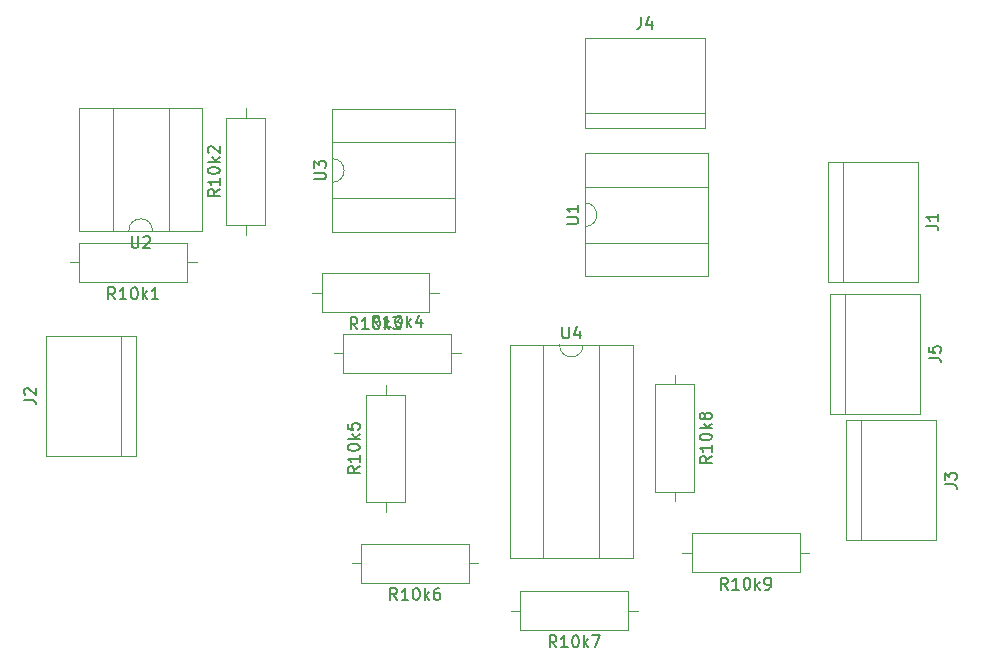
<source format=gbr>
G04 #@! TF.FileFunction,Legend,Top*
%FSLAX46Y46*%
G04 Gerber Fmt 4.6, Leading zero omitted, Abs format (unit mm)*
G04 Created by KiCad (PCBNEW 4.0.6) date 05/24/17 16:15:07*
%MOMM*%
%LPD*%
G01*
G04 APERTURE LIST*
%ADD10C,0.100000*%
%ADD11C,0.120000*%
%ADD12C,0.150000*%
G04 APERTURE END LIST*
D10*
D11*
X160020000Y-93954600D02*
X160020000Y-83794600D01*
X158750000Y-93954600D02*
X166370000Y-93954600D01*
X166370000Y-93954600D02*
X166370000Y-83794600D01*
X166370000Y-83794600D02*
X158750000Y-83794600D01*
X158750000Y-83794600D02*
X158750000Y-93954600D01*
X98882200Y-98552000D02*
X98882200Y-108712000D01*
X100152200Y-98552000D02*
X92532200Y-98552000D01*
X92532200Y-98552000D02*
X92532200Y-108712000D01*
X92532200Y-108712000D02*
X100152200Y-108712000D01*
X100152200Y-108712000D02*
X100152200Y-98552000D01*
X161582100Y-115862100D02*
X161582100Y-105702100D01*
X160312100Y-115862100D02*
X167932100Y-115862100D01*
X167932100Y-115862100D02*
X167932100Y-105702100D01*
X167932100Y-105702100D02*
X160312100Y-105702100D01*
X160312100Y-105702100D02*
X160312100Y-115862100D01*
X148348700Y-79705200D02*
X138188700Y-79705200D01*
X148348700Y-80975200D02*
X148348700Y-73355200D01*
X148348700Y-73355200D02*
X138188700Y-73355200D01*
X138188700Y-73355200D02*
X138188700Y-80975200D01*
X138188700Y-80975200D02*
X148348700Y-80975200D01*
X160235900Y-105143300D02*
X160235900Y-94983300D01*
X158965900Y-105143300D02*
X166585900Y-105143300D01*
X166585900Y-105143300D02*
X166585900Y-94983300D01*
X166585900Y-94983300D02*
X158965900Y-94983300D01*
X158965900Y-94983300D02*
X158965900Y-105143300D01*
X104496300Y-93976300D02*
X104496300Y-90656300D01*
X104496300Y-90656300D02*
X95376300Y-90656300D01*
X95376300Y-90656300D02*
X95376300Y-93976300D01*
X95376300Y-93976300D02*
X104496300Y-93976300D01*
X105306300Y-92316300D02*
X104496300Y-92316300D01*
X94566300Y-92316300D02*
X95376300Y-92316300D01*
X107814000Y-89180100D02*
X111134000Y-89180100D01*
X111134000Y-89180100D02*
X111134000Y-80060100D01*
X111134000Y-80060100D02*
X107814000Y-80060100D01*
X107814000Y-80060100D02*
X107814000Y-89180100D01*
X109474000Y-89990100D02*
X109474000Y-89180100D01*
X109474000Y-79250100D02*
X109474000Y-80060100D01*
X125006800Y-96529000D02*
X125006800Y-93209000D01*
X125006800Y-93209000D02*
X115886800Y-93209000D01*
X115886800Y-93209000D02*
X115886800Y-96529000D01*
X115886800Y-96529000D02*
X125006800Y-96529000D01*
X125816800Y-94869000D02*
X125006800Y-94869000D01*
X115076800Y-94869000D02*
X115886800Y-94869000D01*
X117741000Y-98365200D02*
X117741000Y-101685200D01*
X117741000Y-101685200D02*
X126861000Y-101685200D01*
X126861000Y-101685200D02*
X126861000Y-98365200D01*
X126861000Y-98365200D02*
X117741000Y-98365200D01*
X116931000Y-100025200D02*
X117741000Y-100025200D01*
X127671000Y-100025200D02*
X126861000Y-100025200D01*
X119650400Y-112624300D02*
X122970400Y-112624300D01*
X122970400Y-112624300D02*
X122970400Y-103504300D01*
X122970400Y-103504300D02*
X119650400Y-103504300D01*
X119650400Y-103504300D02*
X119650400Y-112624300D01*
X121310400Y-113434300D02*
X121310400Y-112624300D01*
X121310400Y-102694300D02*
X121310400Y-103504300D01*
X128359600Y-119452500D02*
X128359600Y-116132500D01*
X128359600Y-116132500D02*
X119239600Y-116132500D01*
X119239600Y-116132500D02*
X119239600Y-119452500D01*
X119239600Y-119452500D02*
X128359600Y-119452500D01*
X129169600Y-117792500D02*
X128359600Y-117792500D01*
X118429600Y-117792500D02*
X119239600Y-117792500D01*
X141847000Y-123453000D02*
X141847000Y-120133000D01*
X141847000Y-120133000D02*
X132727000Y-120133000D01*
X132727000Y-120133000D02*
X132727000Y-123453000D01*
X132727000Y-123453000D02*
X141847000Y-123453000D01*
X142657000Y-121793000D02*
X141847000Y-121793000D01*
X131917000Y-121793000D02*
X132727000Y-121793000D01*
X147456000Y-102628000D02*
X144136000Y-102628000D01*
X144136000Y-102628000D02*
X144136000Y-111748000D01*
X144136000Y-111748000D02*
X147456000Y-111748000D01*
X147456000Y-111748000D02*
X147456000Y-102628000D01*
X145796000Y-101818000D02*
X145796000Y-102628000D01*
X145796000Y-112558000D02*
X145796000Y-111748000D01*
X156363100Y-118563500D02*
X156363100Y-115243500D01*
X156363100Y-115243500D02*
X147243100Y-115243500D01*
X147243100Y-115243500D02*
X147243100Y-118563500D01*
X147243100Y-118563500D02*
X156363100Y-118563500D01*
X157173100Y-116903500D02*
X156363100Y-116903500D01*
X146433100Y-116903500D02*
X147243100Y-116903500D01*
X138183000Y-89290400D02*
X138183000Y-90660400D01*
X138183000Y-90660400D02*
X148583000Y-90660400D01*
X148583000Y-90660400D02*
X148583000Y-85920400D01*
X148583000Y-85920400D02*
X138183000Y-85920400D01*
X138183000Y-85920400D02*
X138183000Y-87290400D01*
X138183000Y-93490400D02*
X148583000Y-93490400D01*
X148583000Y-93490400D02*
X148583000Y-83090400D01*
X148583000Y-83090400D02*
X138183000Y-83090400D01*
X138183000Y-83090400D02*
X138183000Y-93490400D01*
X138183000Y-87290400D02*
G75*
G02X138183000Y-89290400I0J-1000000D01*
G01*
X101571300Y-89629600D02*
X102941300Y-89629600D01*
X102941300Y-89629600D02*
X102941300Y-79229600D01*
X102941300Y-79229600D02*
X98201300Y-79229600D01*
X98201300Y-79229600D02*
X98201300Y-89629600D01*
X98201300Y-89629600D02*
X99571300Y-89629600D01*
X105771300Y-89629600D02*
X105771300Y-79229600D01*
X105771300Y-79229600D02*
X95371300Y-79229600D01*
X95371300Y-79229600D02*
X95371300Y-89629600D01*
X95371300Y-89629600D02*
X105771300Y-89629600D01*
X99571300Y-89629600D02*
G75*
G02X101571300Y-89629600I1000000J0D01*
G01*
X116796200Y-85531200D02*
X116796200Y-86901200D01*
X116796200Y-86901200D02*
X127196200Y-86901200D01*
X127196200Y-86901200D02*
X127196200Y-82161200D01*
X127196200Y-82161200D02*
X116796200Y-82161200D01*
X116796200Y-82161200D02*
X116796200Y-83531200D01*
X116796200Y-89731200D02*
X127196200Y-89731200D01*
X127196200Y-89731200D02*
X127196200Y-79331200D01*
X127196200Y-79331200D02*
X116796200Y-79331200D01*
X116796200Y-79331200D02*
X116796200Y-89731200D01*
X116796200Y-83531200D02*
G75*
G02X116796200Y-85531200I0J-1000000D01*
G01*
X136033000Y-99308300D02*
X134663000Y-99308300D01*
X134663000Y-99308300D02*
X134663000Y-117328300D01*
X134663000Y-117328300D02*
X139403000Y-117328300D01*
X139403000Y-117328300D02*
X139403000Y-99308300D01*
X139403000Y-99308300D02*
X138033000Y-99308300D01*
X131833000Y-99308300D02*
X131833000Y-117328300D01*
X131833000Y-117328300D02*
X142233000Y-117328300D01*
X142233000Y-117328300D02*
X142233000Y-99308300D01*
X142233000Y-99308300D02*
X131833000Y-99308300D01*
X138033000Y-99308300D02*
G75*
G02X136033000Y-99308300I-1000000J0D01*
G01*
D12*
X167092381Y-89207933D02*
X167806667Y-89207933D01*
X167949524Y-89255553D01*
X168044762Y-89350791D01*
X168092381Y-89493648D01*
X168092381Y-89588886D01*
X168092381Y-88207933D02*
X168092381Y-88779362D01*
X168092381Y-88493648D02*
X167092381Y-88493648D01*
X167235238Y-88588886D01*
X167330476Y-88684124D01*
X167378095Y-88779362D01*
X90714581Y-103965333D02*
X91428867Y-103965333D01*
X91571724Y-104012953D01*
X91666962Y-104108191D01*
X91714581Y-104251048D01*
X91714581Y-104346286D01*
X90809819Y-103536762D02*
X90762200Y-103489143D01*
X90714581Y-103393905D01*
X90714581Y-103155809D01*
X90762200Y-103060571D01*
X90809819Y-103012952D01*
X90905057Y-102965333D01*
X91000295Y-102965333D01*
X91143152Y-103012952D01*
X91714581Y-103584381D01*
X91714581Y-102965333D01*
X168654481Y-111115433D02*
X169368767Y-111115433D01*
X169511624Y-111163053D01*
X169606862Y-111258291D01*
X169654481Y-111401148D01*
X169654481Y-111496386D01*
X168654481Y-110734481D02*
X168654481Y-110115433D01*
X169035433Y-110448767D01*
X169035433Y-110305909D01*
X169083052Y-110210671D01*
X169130671Y-110163052D01*
X169225910Y-110115433D01*
X169464005Y-110115433D01*
X169559243Y-110163052D01*
X169606862Y-110210671D01*
X169654481Y-110305909D01*
X169654481Y-110591624D01*
X169606862Y-110686862D01*
X169559243Y-110734481D01*
X142935367Y-71537581D02*
X142935367Y-72251867D01*
X142887747Y-72394724D01*
X142792509Y-72489962D01*
X142649652Y-72537581D01*
X142554414Y-72537581D01*
X143840129Y-71870914D02*
X143840129Y-72537581D01*
X143602033Y-71489962D02*
X143363938Y-72204248D01*
X143982986Y-72204248D01*
X167308281Y-100396633D02*
X168022567Y-100396633D01*
X168165424Y-100444253D01*
X168260662Y-100539491D01*
X168308281Y-100682348D01*
X168308281Y-100777586D01*
X167308281Y-99444252D02*
X167308281Y-99920443D01*
X167784471Y-99968062D01*
X167736852Y-99920443D01*
X167689233Y-99825205D01*
X167689233Y-99587109D01*
X167736852Y-99491871D01*
X167784471Y-99444252D01*
X167879710Y-99396633D01*
X168117805Y-99396633D01*
X168213043Y-99444252D01*
X168260662Y-99491871D01*
X168308281Y-99587109D01*
X168308281Y-99825205D01*
X168260662Y-99920443D01*
X168213043Y-99968062D01*
X98412491Y-95428681D02*
X98079157Y-94952490D01*
X97841062Y-95428681D02*
X97841062Y-94428681D01*
X98222015Y-94428681D01*
X98317253Y-94476300D01*
X98364872Y-94523919D01*
X98412491Y-94619157D01*
X98412491Y-94762014D01*
X98364872Y-94857252D01*
X98317253Y-94904871D01*
X98222015Y-94952490D01*
X97841062Y-94952490D01*
X99364872Y-95428681D02*
X98793443Y-95428681D01*
X99079157Y-95428681D02*
X99079157Y-94428681D01*
X98983919Y-94571538D01*
X98888681Y-94666776D01*
X98793443Y-94714395D01*
X99983919Y-94428681D02*
X100079158Y-94428681D01*
X100174396Y-94476300D01*
X100222015Y-94523919D01*
X100269634Y-94619157D01*
X100317253Y-94809633D01*
X100317253Y-95047729D01*
X100269634Y-95238205D01*
X100222015Y-95333443D01*
X100174396Y-95381062D01*
X100079158Y-95428681D01*
X99983919Y-95428681D01*
X99888681Y-95381062D01*
X99841062Y-95333443D01*
X99793443Y-95238205D01*
X99745824Y-95047729D01*
X99745824Y-94809633D01*
X99793443Y-94619157D01*
X99841062Y-94523919D01*
X99888681Y-94476300D01*
X99983919Y-94428681D01*
X100745824Y-95428681D02*
X100745824Y-94428681D01*
X100841062Y-95047729D02*
X101126777Y-95428681D01*
X101126777Y-94762014D02*
X100745824Y-95142967D01*
X102079158Y-95428681D02*
X101507729Y-95428681D01*
X101793443Y-95428681D02*
X101793443Y-94428681D01*
X101698205Y-94571538D01*
X101602967Y-94666776D01*
X101507729Y-94714395D01*
X107266381Y-86143909D02*
X106790190Y-86477243D01*
X107266381Y-86715338D02*
X106266381Y-86715338D01*
X106266381Y-86334385D01*
X106314000Y-86239147D01*
X106361619Y-86191528D01*
X106456857Y-86143909D01*
X106599714Y-86143909D01*
X106694952Y-86191528D01*
X106742571Y-86239147D01*
X106790190Y-86334385D01*
X106790190Y-86715338D01*
X107266381Y-85191528D02*
X107266381Y-85762957D01*
X107266381Y-85477243D02*
X106266381Y-85477243D01*
X106409238Y-85572481D01*
X106504476Y-85667719D01*
X106552095Y-85762957D01*
X106266381Y-84572481D02*
X106266381Y-84477242D01*
X106314000Y-84382004D01*
X106361619Y-84334385D01*
X106456857Y-84286766D01*
X106647333Y-84239147D01*
X106885429Y-84239147D01*
X107075905Y-84286766D01*
X107171143Y-84334385D01*
X107218762Y-84382004D01*
X107266381Y-84477242D01*
X107266381Y-84572481D01*
X107218762Y-84667719D01*
X107171143Y-84715338D01*
X107075905Y-84762957D01*
X106885429Y-84810576D01*
X106647333Y-84810576D01*
X106456857Y-84762957D01*
X106361619Y-84715338D01*
X106314000Y-84667719D01*
X106266381Y-84572481D01*
X107266381Y-83810576D02*
X106266381Y-83810576D01*
X106885429Y-83715338D02*
X107266381Y-83429623D01*
X106599714Y-83429623D02*
X106980667Y-83810576D01*
X106361619Y-83048671D02*
X106314000Y-83001052D01*
X106266381Y-82905814D01*
X106266381Y-82667718D01*
X106314000Y-82572480D01*
X106361619Y-82524861D01*
X106456857Y-82477242D01*
X106552095Y-82477242D01*
X106694952Y-82524861D01*
X107266381Y-83096290D01*
X107266381Y-82477242D01*
X118922991Y-97981381D02*
X118589657Y-97505190D01*
X118351562Y-97981381D02*
X118351562Y-96981381D01*
X118732515Y-96981381D01*
X118827753Y-97029000D01*
X118875372Y-97076619D01*
X118922991Y-97171857D01*
X118922991Y-97314714D01*
X118875372Y-97409952D01*
X118827753Y-97457571D01*
X118732515Y-97505190D01*
X118351562Y-97505190D01*
X119875372Y-97981381D02*
X119303943Y-97981381D01*
X119589657Y-97981381D02*
X119589657Y-96981381D01*
X119494419Y-97124238D01*
X119399181Y-97219476D01*
X119303943Y-97267095D01*
X120494419Y-96981381D02*
X120589658Y-96981381D01*
X120684896Y-97029000D01*
X120732515Y-97076619D01*
X120780134Y-97171857D01*
X120827753Y-97362333D01*
X120827753Y-97600429D01*
X120780134Y-97790905D01*
X120732515Y-97886143D01*
X120684896Y-97933762D01*
X120589658Y-97981381D01*
X120494419Y-97981381D01*
X120399181Y-97933762D01*
X120351562Y-97886143D01*
X120303943Y-97790905D01*
X120256324Y-97600429D01*
X120256324Y-97362333D01*
X120303943Y-97171857D01*
X120351562Y-97076619D01*
X120399181Y-97029000D01*
X120494419Y-96981381D01*
X121256324Y-97981381D02*
X121256324Y-96981381D01*
X121351562Y-97600429D02*
X121637277Y-97981381D01*
X121637277Y-97314714D02*
X121256324Y-97695667D01*
X121970610Y-96981381D02*
X122589658Y-96981381D01*
X122256324Y-97362333D01*
X122399182Y-97362333D01*
X122494420Y-97409952D01*
X122542039Y-97457571D01*
X122589658Y-97552810D01*
X122589658Y-97790905D01*
X122542039Y-97886143D01*
X122494420Y-97933762D01*
X122399182Y-97981381D01*
X122113467Y-97981381D01*
X122018229Y-97933762D01*
X121970610Y-97886143D01*
X120777191Y-97817581D02*
X120443857Y-97341390D01*
X120205762Y-97817581D02*
X120205762Y-96817581D01*
X120586715Y-96817581D01*
X120681953Y-96865200D01*
X120729572Y-96912819D01*
X120777191Y-97008057D01*
X120777191Y-97150914D01*
X120729572Y-97246152D01*
X120681953Y-97293771D01*
X120586715Y-97341390D01*
X120205762Y-97341390D01*
X121729572Y-97817581D02*
X121158143Y-97817581D01*
X121443857Y-97817581D02*
X121443857Y-96817581D01*
X121348619Y-96960438D01*
X121253381Y-97055676D01*
X121158143Y-97103295D01*
X122348619Y-96817581D02*
X122443858Y-96817581D01*
X122539096Y-96865200D01*
X122586715Y-96912819D01*
X122634334Y-97008057D01*
X122681953Y-97198533D01*
X122681953Y-97436629D01*
X122634334Y-97627105D01*
X122586715Y-97722343D01*
X122539096Y-97769962D01*
X122443858Y-97817581D01*
X122348619Y-97817581D01*
X122253381Y-97769962D01*
X122205762Y-97722343D01*
X122158143Y-97627105D01*
X122110524Y-97436629D01*
X122110524Y-97198533D01*
X122158143Y-97008057D01*
X122205762Y-96912819D01*
X122253381Y-96865200D01*
X122348619Y-96817581D01*
X123110524Y-97817581D02*
X123110524Y-96817581D01*
X123205762Y-97436629D02*
X123491477Y-97817581D01*
X123491477Y-97150914D02*
X123110524Y-97531867D01*
X124348620Y-97150914D02*
X124348620Y-97817581D01*
X124110524Y-96769962D02*
X123872429Y-97484248D01*
X124491477Y-97484248D01*
X119102781Y-109588109D02*
X118626590Y-109921443D01*
X119102781Y-110159538D02*
X118102781Y-110159538D01*
X118102781Y-109778585D01*
X118150400Y-109683347D01*
X118198019Y-109635728D01*
X118293257Y-109588109D01*
X118436114Y-109588109D01*
X118531352Y-109635728D01*
X118578971Y-109683347D01*
X118626590Y-109778585D01*
X118626590Y-110159538D01*
X119102781Y-108635728D02*
X119102781Y-109207157D01*
X119102781Y-108921443D02*
X118102781Y-108921443D01*
X118245638Y-109016681D01*
X118340876Y-109111919D01*
X118388495Y-109207157D01*
X118102781Y-108016681D02*
X118102781Y-107921442D01*
X118150400Y-107826204D01*
X118198019Y-107778585D01*
X118293257Y-107730966D01*
X118483733Y-107683347D01*
X118721829Y-107683347D01*
X118912305Y-107730966D01*
X119007543Y-107778585D01*
X119055162Y-107826204D01*
X119102781Y-107921442D01*
X119102781Y-108016681D01*
X119055162Y-108111919D01*
X119007543Y-108159538D01*
X118912305Y-108207157D01*
X118721829Y-108254776D01*
X118483733Y-108254776D01*
X118293257Y-108207157D01*
X118198019Y-108159538D01*
X118150400Y-108111919D01*
X118102781Y-108016681D01*
X119102781Y-107254776D02*
X118102781Y-107254776D01*
X118721829Y-107159538D02*
X119102781Y-106873823D01*
X118436114Y-106873823D02*
X118817067Y-107254776D01*
X118102781Y-105969061D02*
X118102781Y-106445252D01*
X118578971Y-106492871D01*
X118531352Y-106445252D01*
X118483733Y-106350014D01*
X118483733Y-106111918D01*
X118531352Y-106016680D01*
X118578971Y-105969061D01*
X118674210Y-105921442D01*
X118912305Y-105921442D01*
X119007543Y-105969061D01*
X119055162Y-106016680D01*
X119102781Y-106111918D01*
X119102781Y-106350014D01*
X119055162Y-106445252D01*
X119007543Y-106492871D01*
X122275791Y-120904881D02*
X121942457Y-120428690D01*
X121704362Y-120904881D02*
X121704362Y-119904881D01*
X122085315Y-119904881D01*
X122180553Y-119952500D01*
X122228172Y-120000119D01*
X122275791Y-120095357D01*
X122275791Y-120238214D01*
X122228172Y-120333452D01*
X122180553Y-120381071D01*
X122085315Y-120428690D01*
X121704362Y-120428690D01*
X123228172Y-120904881D02*
X122656743Y-120904881D01*
X122942457Y-120904881D02*
X122942457Y-119904881D01*
X122847219Y-120047738D01*
X122751981Y-120142976D01*
X122656743Y-120190595D01*
X123847219Y-119904881D02*
X123942458Y-119904881D01*
X124037696Y-119952500D01*
X124085315Y-120000119D01*
X124132934Y-120095357D01*
X124180553Y-120285833D01*
X124180553Y-120523929D01*
X124132934Y-120714405D01*
X124085315Y-120809643D01*
X124037696Y-120857262D01*
X123942458Y-120904881D01*
X123847219Y-120904881D01*
X123751981Y-120857262D01*
X123704362Y-120809643D01*
X123656743Y-120714405D01*
X123609124Y-120523929D01*
X123609124Y-120285833D01*
X123656743Y-120095357D01*
X123704362Y-120000119D01*
X123751981Y-119952500D01*
X123847219Y-119904881D01*
X124609124Y-120904881D02*
X124609124Y-119904881D01*
X124704362Y-120523929D02*
X124990077Y-120904881D01*
X124990077Y-120238214D02*
X124609124Y-120619167D01*
X125847220Y-119904881D02*
X125656743Y-119904881D01*
X125561505Y-119952500D01*
X125513886Y-120000119D01*
X125418648Y-120142976D01*
X125371029Y-120333452D01*
X125371029Y-120714405D01*
X125418648Y-120809643D01*
X125466267Y-120857262D01*
X125561505Y-120904881D01*
X125751982Y-120904881D01*
X125847220Y-120857262D01*
X125894839Y-120809643D01*
X125942458Y-120714405D01*
X125942458Y-120476310D01*
X125894839Y-120381071D01*
X125847220Y-120333452D01*
X125751982Y-120285833D01*
X125561505Y-120285833D01*
X125466267Y-120333452D01*
X125418648Y-120381071D01*
X125371029Y-120476310D01*
X135763191Y-124905381D02*
X135429857Y-124429190D01*
X135191762Y-124905381D02*
X135191762Y-123905381D01*
X135572715Y-123905381D01*
X135667953Y-123953000D01*
X135715572Y-124000619D01*
X135763191Y-124095857D01*
X135763191Y-124238714D01*
X135715572Y-124333952D01*
X135667953Y-124381571D01*
X135572715Y-124429190D01*
X135191762Y-124429190D01*
X136715572Y-124905381D02*
X136144143Y-124905381D01*
X136429857Y-124905381D02*
X136429857Y-123905381D01*
X136334619Y-124048238D01*
X136239381Y-124143476D01*
X136144143Y-124191095D01*
X137334619Y-123905381D02*
X137429858Y-123905381D01*
X137525096Y-123953000D01*
X137572715Y-124000619D01*
X137620334Y-124095857D01*
X137667953Y-124286333D01*
X137667953Y-124524429D01*
X137620334Y-124714905D01*
X137572715Y-124810143D01*
X137525096Y-124857762D01*
X137429858Y-124905381D01*
X137334619Y-124905381D01*
X137239381Y-124857762D01*
X137191762Y-124810143D01*
X137144143Y-124714905D01*
X137096524Y-124524429D01*
X137096524Y-124286333D01*
X137144143Y-124095857D01*
X137191762Y-124000619D01*
X137239381Y-123953000D01*
X137334619Y-123905381D01*
X138096524Y-124905381D02*
X138096524Y-123905381D01*
X138191762Y-124524429D02*
X138477477Y-124905381D01*
X138477477Y-124238714D02*
X138096524Y-124619667D01*
X138810810Y-123905381D02*
X139477477Y-123905381D01*
X139048905Y-124905381D01*
X148908381Y-108711809D02*
X148432190Y-109045143D01*
X148908381Y-109283238D02*
X147908381Y-109283238D01*
X147908381Y-108902285D01*
X147956000Y-108807047D01*
X148003619Y-108759428D01*
X148098857Y-108711809D01*
X148241714Y-108711809D01*
X148336952Y-108759428D01*
X148384571Y-108807047D01*
X148432190Y-108902285D01*
X148432190Y-109283238D01*
X148908381Y-107759428D02*
X148908381Y-108330857D01*
X148908381Y-108045143D02*
X147908381Y-108045143D01*
X148051238Y-108140381D01*
X148146476Y-108235619D01*
X148194095Y-108330857D01*
X147908381Y-107140381D02*
X147908381Y-107045142D01*
X147956000Y-106949904D01*
X148003619Y-106902285D01*
X148098857Y-106854666D01*
X148289333Y-106807047D01*
X148527429Y-106807047D01*
X148717905Y-106854666D01*
X148813143Y-106902285D01*
X148860762Y-106949904D01*
X148908381Y-107045142D01*
X148908381Y-107140381D01*
X148860762Y-107235619D01*
X148813143Y-107283238D01*
X148717905Y-107330857D01*
X148527429Y-107378476D01*
X148289333Y-107378476D01*
X148098857Y-107330857D01*
X148003619Y-107283238D01*
X147956000Y-107235619D01*
X147908381Y-107140381D01*
X148908381Y-106378476D02*
X147908381Y-106378476D01*
X148527429Y-106283238D02*
X148908381Y-105997523D01*
X148241714Y-105997523D02*
X148622667Y-106378476D01*
X148336952Y-105426095D02*
X148289333Y-105521333D01*
X148241714Y-105568952D01*
X148146476Y-105616571D01*
X148098857Y-105616571D01*
X148003619Y-105568952D01*
X147956000Y-105521333D01*
X147908381Y-105426095D01*
X147908381Y-105235618D01*
X147956000Y-105140380D01*
X148003619Y-105092761D01*
X148098857Y-105045142D01*
X148146476Y-105045142D01*
X148241714Y-105092761D01*
X148289333Y-105140380D01*
X148336952Y-105235618D01*
X148336952Y-105426095D01*
X148384571Y-105521333D01*
X148432190Y-105568952D01*
X148527429Y-105616571D01*
X148717905Y-105616571D01*
X148813143Y-105568952D01*
X148860762Y-105521333D01*
X148908381Y-105426095D01*
X148908381Y-105235618D01*
X148860762Y-105140380D01*
X148813143Y-105092761D01*
X148717905Y-105045142D01*
X148527429Y-105045142D01*
X148432190Y-105092761D01*
X148384571Y-105140380D01*
X148336952Y-105235618D01*
X150279291Y-120015881D02*
X149945957Y-119539690D01*
X149707862Y-120015881D02*
X149707862Y-119015881D01*
X150088815Y-119015881D01*
X150184053Y-119063500D01*
X150231672Y-119111119D01*
X150279291Y-119206357D01*
X150279291Y-119349214D01*
X150231672Y-119444452D01*
X150184053Y-119492071D01*
X150088815Y-119539690D01*
X149707862Y-119539690D01*
X151231672Y-120015881D02*
X150660243Y-120015881D01*
X150945957Y-120015881D02*
X150945957Y-119015881D01*
X150850719Y-119158738D01*
X150755481Y-119253976D01*
X150660243Y-119301595D01*
X151850719Y-119015881D02*
X151945958Y-119015881D01*
X152041196Y-119063500D01*
X152088815Y-119111119D01*
X152136434Y-119206357D01*
X152184053Y-119396833D01*
X152184053Y-119634929D01*
X152136434Y-119825405D01*
X152088815Y-119920643D01*
X152041196Y-119968262D01*
X151945958Y-120015881D01*
X151850719Y-120015881D01*
X151755481Y-119968262D01*
X151707862Y-119920643D01*
X151660243Y-119825405D01*
X151612624Y-119634929D01*
X151612624Y-119396833D01*
X151660243Y-119206357D01*
X151707862Y-119111119D01*
X151755481Y-119063500D01*
X151850719Y-119015881D01*
X152612624Y-120015881D02*
X152612624Y-119015881D01*
X152707862Y-119634929D02*
X152993577Y-120015881D01*
X152993577Y-119349214D02*
X152612624Y-119730167D01*
X153469767Y-120015881D02*
X153660243Y-120015881D01*
X153755482Y-119968262D01*
X153803101Y-119920643D01*
X153898339Y-119777786D01*
X153945958Y-119587310D01*
X153945958Y-119206357D01*
X153898339Y-119111119D01*
X153850720Y-119063500D01*
X153755482Y-119015881D01*
X153565005Y-119015881D01*
X153469767Y-119063500D01*
X153422148Y-119111119D01*
X153374529Y-119206357D01*
X153374529Y-119444452D01*
X153422148Y-119539690D01*
X153469767Y-119587310D01*
X153565005Y-119634929D01*
X153755482Y-119634929D01*
X153850720Y-119587310D01*
X153898339Y-119539690D01*
X153945958Y-119444452D01*
X136635381Y-89052305D02*
X137444905Y-89052305D01*
X137540143Y-89004686D01*
X137587762Y-88957067D01*
X137635381Y-88861829D01*
X137635381Y-88671352D01*
X137587762Y-88576114D01*
X137540143Y-88528495D01*
X137444905Y-88480876D01*
X136635381Y-88480876D01*
X137635381Y-87480876D02*
X137635381Y-88052305D01*
X137635381Y-87766591D02*
X136635381Y-87766591D01*
X136778238Y-87861829D01*
X136873476Y-87957067D01*
X136921095Y-88052305D01*
X99809395Y-90081981D02*
X99809395Y-90891505D01*
X99857014Y-90986743D01*
X99904633Y-91034362D01*
X99999871Y-91081981D01*
X100190348Y-91081981D01*
X100285586Y-91034362D01*
X100333205Y-90986743D01*
X100380824Y-90891505D01*
X100380824Y-90081981D01*
X100809395Y-90177219D02*
X100857014Y-90129600D01*
X100952252Y-90081981D01*
X101190348Y-90081981D01*
X101285586Y-90129600D01*
X101333205Y-90177219D01*
X101380824Y-90272457D01*
X101380824Y-90367695D01*
X101333205Y-90510552D01*
X100761776Y-91081981D01*
X101380824Y-91081981D01*
X115248581Y-85293105D02*
X116058105Y-85293105D01*
X116153343Y-85245486D01*
X116200962Y-85197867D01*
X116248581Y-85102629D01*
X116248581Y-84912152D01*
X116200962Y-84816914D01*
X116153343Y-84769295D01*
X116058105Y-84721676D01*
X115248581Y-84721676D01*
X115248581Y-84340724D02*
X115248581Y-83721676D01*
X115629533Y-84055010D01*
X115629533Y-83912152D01*
X115677152Y-83816914D01*
X115724771Y-83769295D01*
X115820010Y-83721676D01*
X116058105Y-83721676D01*
X116153343Y-83769295D01*
X116200962Y-83816914D01*
X116248581Y-83912152D01*
X116248581Y-84197867D01*
X116200962Y-84293105D01*
X116153343Y-84340724D01*
X136271095Y-97760681D02*
X136271095Y-98570205D01*
X136318714Y-98665443D01*
X136366333Y-98713062D01*
X136461571Y-98760681D01*
X136652048Y-98760681D01*
X136747286Y-98713062D01*
X136794905Y-98665443D01*
X136842524Y-98570205D01*
X136842524Y-97760681D01*
X137747286Y-98094014D02*
X137747286Y-98760681D01*
X137509190Y-97713062D02*
X137271095Y-98427348D01*
X137890143Y-98427348D01*
M02*

</source>
